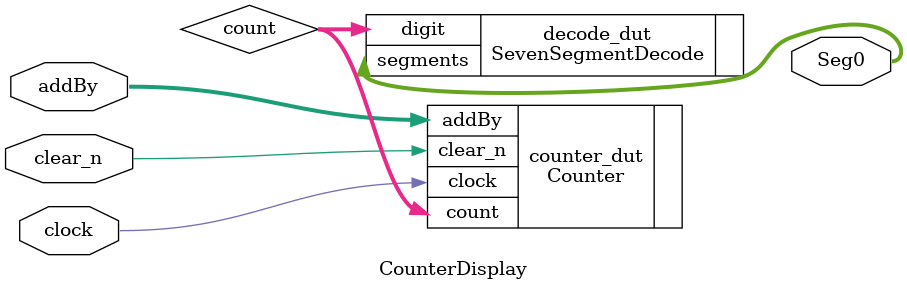
<source format=sv>

module CounterDisplay ( 
	input logic clock, 
	input logic clear_n, 
	input logic [3:0] addBy, 
	output logic [6:0] Seg0
	); 
	
	logic [3:0] count; 
	
	// counter instance 
	Counter counter_dut(
		.clock(clock),
		.clear_n(clear_n),
		.addBy(addBy),
		.count(count)
	);
	
	// Seven Segment Decoder
	SevenSegmentDecode decode_dut (
		.digit(count),
		.segments(Seg0)
	);


endmodule
		
		
</source>
